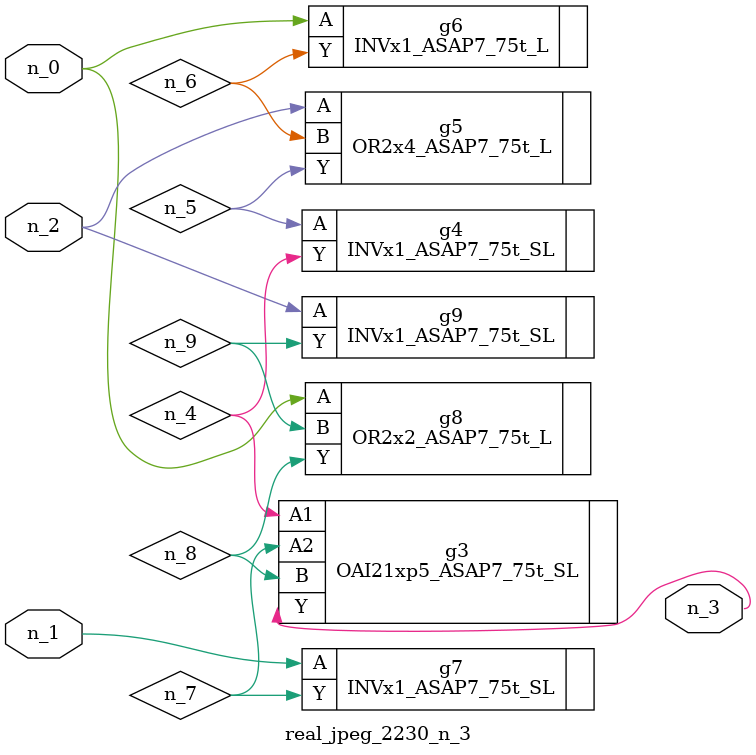
<source format=v>
module real_jpeg_2230_n_3 (n_1, n_0, n_2, n_3);

input n_1;
input n_0;
input n_2;

output n_3;

wire n_5;
wire n_4;
wire n_8;
wire n_6;
wire n_7;
wire n_9;

INVx1_ASAP7_75t_L g6 ( 
.A(n_0),
.Y(n_6)
);

OR2x2_ASAP7_75t_L g8 ( 
.A(n_0),
.B(n_9),
.Y(n_8)
);

INVx1_ASAP7_75t_SL g7 ( 
.A(n_1),
.Y(n_7)
);

OR2x4_ASAP7_75t_L g5 ( 
.A(n_2),
.B(n_6),
.Y(n_5)
);

INVx1_ASAP7_75t_SL g9 ( 
.A(n_2),
.Y(n_9)
);

OAI21xp5_ASAP7_75t_SL g3 ( 
.A1(n_4),
.A2(n_7),
.B(n_8),
.Y(n_3)
);

INVx1_ASAP7_75t_SL g4 ( 
.A(n_5),
.Y(n_4)
);


endmodule
</source>
